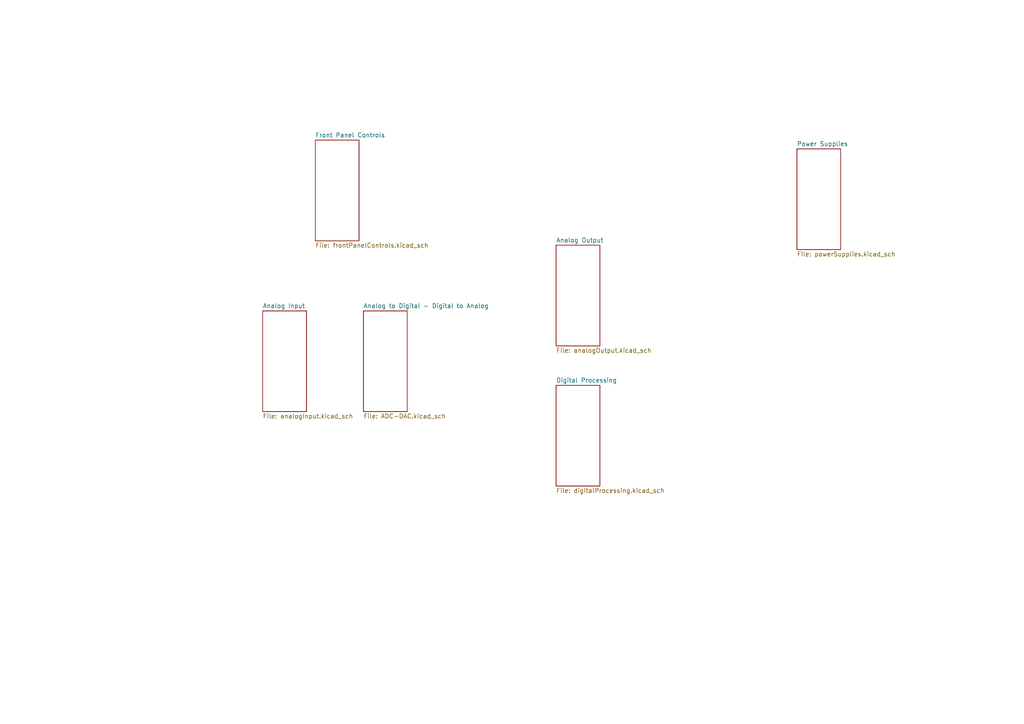
<source format=kicad_sch>
(kicad_sch
	(version 20231120)
	(generator "eeschema")
	(generator_version "8.0")
	(uuid "f3ea98a8-87f4-4de9-981b-605ff8c64319")
	(paper "A4")
	(lib_symbols)
	(sheet
		(at 161.29 71.12)
		(size 12.7 29.21)
		(fields_autoplaced yes)
		(stroke
			(width 0.1524)
			(type solid)
		)
		(fill
			(color 0 0 0 0.0000)
		)
		(uuid "097e8047-af3e-4a15-b35f-121af6ad683c")
		(property "Sheetname" "Analog Output"
			(at 161.29 70.4084 0)
			(effects
				(font
					(size 1.27 1.27)
				)
				(justify left bottom)
			)
		)
		(property "Sheetfile" "analogOutput.kicad_sch"
			(at 161.29 100.9146 0)
			(effects
				(font
					(size 1.27 1.27)
				)
				(justify left top)
			)
		)
		(instances
			(project "Guitar-Effects-Unit"
				(path "/f3ea98a8-87f4-4de9-981b-605ff8c64319"
					(page "4")
				)
			)
		)
	)
	(sheet
		(at 76.2 90.17)
		(size 12.7 29.21)
		(fields_autoplaced yes)
		(stroke
			(width 0.1524)
			(type solid)
		)
		(fill
			(color 0 0 0 0.0000)
		)
		(uuid "09e62a8f-8889-48ac-9cb2-f2f94c96734a")
		(property "Sheetname" "Analog Input "
			(at 76.2 89.4584 0)
			(effects
				(font
					(size 1.27 1.27)
				)
				(justify left bottom)
			)
		)
		(property "Sheetfile" "analogInput.kicad_sch"
			(at 76.2 119.9646 0)
			(effects
				(font
					(size 1.27 1.27)
				)
				(justify left top)
			)
		)
		(instances
			(project "Guitar-Effects-Unit"
				(path "/f3ea98a8-87f4-4de9-981b-605ff8c64319"
					(page "2")
				)
			)
		)
	)
	(sheet
		(at 91.44 40.64)
		(size 12.7 29.21)
		(fields_autoplaced yes)
		(stroke
			(width 0.1524)
			(type solid)
		)
		(fill
			(color 0 0 0 0.0000)
		)
		(uuid "2e101185-fe7f-4f16-9f5f-88540f36f757")
		(property "Sheetname" "Front Panel Controls"
			(at 91.44 39.9284 0)
			(effects
				(font
					(size 1.27 1.27)
				)
				(justify left bottom)
			)
		)
		(property "Sheetfile" "frontPanelControls.kicad_sch"
			(at 91.44 70.4346 0)
			(effects
				(font
					(size 1.27 1.27)
				)
				(justify left top)
			)
		)
		(instances
			(project "Guitar-Effects-Unit"
				(path "/f3ea98a8-87f4-4de9-981b-605ff8c64319"
					(page "6")
				)
			)
		)
	)
	(sheet
		(at 231.14 43.18)
		(size 12.7 29.21)
		(fields_autoplaced yes)
		(stroke
			(width 0.1524)
			(type solid)
		)
		(fill
			(color 0 0 0 0.0000)
		)
		(uuid "7d861077-b0b6-43c9-8afc-ef444afc59e8")
		(property "Sheetname" "Power Supplies "
			(at 231.14 42.4684 0)
			(effects
				(font
					(size 1.27 1.27)
				)
				(justify left bottom)
			)
		)
		(property "Sheetfile" "powerSupplies.kicad_sch"
			(at 231.14 72.9746 0)
			(effects
				(font
					(size 1.27 1.27)
				)
				(justify left top)
			)
		)
		(instances
			(project "Guitar-Effects-Unit"
				(path "/f3ea98a8-87f4-4de9-981b-605ff8c64319"
					(page "7")
				)
			)
		)
	)
	(sheet
		(at 161.29 111.76)
		(size 12.7 29.21)
		(fields_autoplaced yes)
		(stroke
			(width 0.1524)
			(type solid)
		)
		(fill
			(color 0 0 0 0.0000)
		)
		(uuid "8df7bdb7-9bd7-4430-b2c5-bc3ee85cb99d")
		(property "Sheetname" "Digital Processing"
			(at 161.29 111.0484 0)
			(effects
				(font
					(size 1.27 1.27)
				)
				(justify left bottom)
			)
		)
		(property "Sheetfile" "digitalProcessing.kicad_sch"
			(at 161.29 141.5546 0)
			(effects
				(font
					(size 1.27 1.27)
				)
				(justify left top)
			)
		)
		(instances
			(project "Guitar-Effects-Unit"
				(path "/f3ea98a8-87f4-4de9-981b-605ff8c64319"
					(page "5")
				)
			)
		)
	)
	(sheet
		(at 105.41 90.17)
		(size 12.7 29.21)
		(fields_autoplaced yes)
		(stroke
			(width 0.1524)
			(type solid)
		)
		(fill
			(color 0 0 0 0.0000)
		)
		(uuid "9d96b732-a1cd-459d-bbaf-cc6bffd4a2dd")
		(property "Sheetname" "Analog to Digital - Digital to Analog"
			(at 105.41 89.4584 0)
			(effects
				(font
					(size 1.27 1.27)
				)
				(justify left bottom)
			)
		)
		(property "Sheetfile" "ADC-DAC.kicad_sch"
			(at 105.41 119.9646 0)
			(effects
				(font
					(size 1.27 1.27)
				)
				(justify left top)
			)
		)
		(instances
			(project "Guitar-Effects-Unit"
				(path "/f3ea98a8-87f4-4de9-981b-605ff8c64319"
					(page "3")
				)
			)
		)
	)
	(sheet_instances
		(path "/"
			(page "1")
		)
	)
)

</source>
